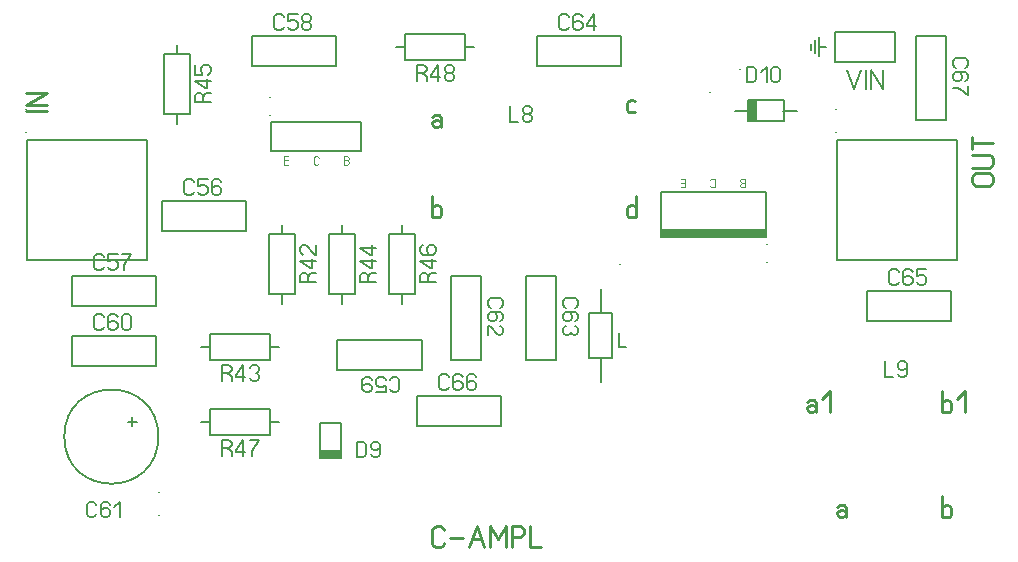
<source format=gbr>
%FSLAX34Y34*%
%MOMM*%
%LNSILK_TOP*%
G71*
G01*
%ADD10C,0.150*%
%ADD11C,0.090*%
%ADD12C,0.159*%
%ADD13C,0.100*%
%ADD14C,0.167*%
%ADD15C,0.144*%
%ADD16C,0.206*%
%ADD17C,0.200*%
%ADD18C,0.222*%
%LPD*%
G54D10*
X215900Y389000D02*
X215900Y363800D01*
X292100Y363800D01*
X292100Y389000D01*
X215900Y389000D01*
G54D11*
X230700Y352500D02*
X227000Y352500D01*
X227000Y359600D01*
X230700Y359600D01*
G54D11*
X227000Y356100D02*
X230700Y356100D01*
G54D11*
X256700Y353800D02*
X256100Y352900D01*
X255100Y352500D01*
X254000Y352500D01*
X252900Y352900D01*
X252400Y353800D01*
X252400Y358300D01*
X252900Y359200D01*
X254000Y359600D01*
X255100Y359600D01*
X256100Y359200D01*
X256700Y358300D01*
G54D11*
X277800Y352500D02*
X277800Y359600D01*
X280500Y359600D01*
X281500Y359200D01*
X282100Y358300D01*
X282100Y357400D01*
X281500Y356500D01*
X280500Y356100D01*
X281500Y355600D01*
X282100Y354700D01*
X282100Y353800D01*
X281500Y352900D01*
X280500Y352500D01*
X277800Y352500D01*
G54D11*
X277800Y356100D02*
X280500Y356100D01*
G54D12*
X215149Y409750D02*
X215149Y409750D01*
G54D12*
X215150Y394750D02*
X215150Y394750D01*
G36*
X635405Y297671D02*
X546605Y297671D01*
X546605Y291271D01*
X635405Y291271D01*
X635405Y297671D01*
G37*
G54D13*
X635405Y297671D02*
X546605Y297671D01*
X546605Y291271D01*
X635405Y291271D01*
X635405Y297671D01*
G54D10*
X635405Y291271D02*
X635405Y329271D01*
X546405Y329271D01*
X546405Y291271D01*
X635405Y291271D01*
G54D11*
X617905Y340571D02*
X617906Y333471D01*
X615205Y333471D01*
X614205Y333871D01*
X613605Y334771D01*
X613605Y335671D01*
X614205Y336571D01*
X615205Y336971D01*
X614205Y337471D01*
X613605Y338371D01*
X613605Y339271D01*
X614205Y340171D01*
X615205Y340571D01*
X617905Y340571D01*
G54D11*
X617906Y336971D02*
X615205Y336971D01*
G54D11*
X588205Y339271D02*
X588805Y340171D01*
X589805Y340571D01*
X590905Y340571D01*
X592005Y340171D01*
X592505Y339271D01*
X592505Y334771D01*
X592005Y333871D01*
X590905Y333471D01*
X589805Y333471D01*
X588805Y333871D01*
X588205Y334771D01*
G54D11*
X563405Y340571D02*
X567105Y340571D01*
X567105Y333471D01*
X563405Y333471D01*
G54D11*
X567105Y336971D02*
X563405Y336971D01*
G54D12*
X636155Y270521D02*
X636155Y270521D01*
G54D12*
X636155Y285521D02*
X636155Y285521D01*
G54D10*
X195414Y296040D02*
X195414Y321440D01*
X123814Y321440D01*
X123814Y296040D01*
X195414Y296040D01*
G54D14*
X150759Y329332D02*
X149759Y327665D01*
X147759Y326832D01*
X145759Y326832D01*
X143759Y327665D01*
X142759Y329332D01*
X142759Y337665D01*
X143759Y339332D01*
X145759Y340165D01*
X147759Y340165D01*
X149759Y339332D01*
X150759Y337665D01*
G54D14*
X162426Y340165D02*
X154426Y340165D01*
X154426Y334332D01*
X155426Y334332D01*
X157426Y335165D01*
X159426Y335165D01*
X161426Y334332D01*
X162426Y332665D01*
X162426Y329332D01*
X161426Y327665D01*
X159426Y326832D01*
X157426Y326832D01*
X155426Y327665D01*
X154426Y329332D01*
G54D14*
X174093Y337665D02*
X173093Y339332D01*
X171093Y340165D01*
X169093Y340165D01*
X167093Y339332D01*
X166093Y337665D01*
X166093Y333498D01*
X166093Y332665D01*
X169093Y334332D01*
X171093Y334332D01*
X173093Y333498D01*
X174093Y331832D01*
X174093Y329332D01*
X173093Y327665D01*
X171093Y326832D01*
X169093Y326832D01*
X167093Y327665D01*
X166093Y329332D01*
X166093Y333498D01*
G54D10*
X214279Y293529D02*
X236454Y293529D01*
X236454Y242829D01*
X214279Y242829D01*
X214279Y293529D01*
G54D10*
X225366Y293729D02*
X225366Y301629D01*
G54D10*
X225366Y242729D02*
X225367Y234829D01*
G54D14*
X247625Y257087D02*
X249291Y260087D01*
X250958Y261087D01*
X254291Y261087D01*
G54D14*
X254291Y253087D02*
X240958Y253087D01*
X240958Y258087D01*
X241791Y260087D01*
X243458Y261087D01*
X245125Y261087D01*
X246791Y260087D01*
X247625Y258087D01*
X247625Y253087D01*
G54D14*
X254291Y270754D02*
X240958Y270754D01*
X249291Y264754D01*
X250958Y264754D01*
X250958Y272754D01*
G54D14*
X254291Y284421D02*
X254291Y276421D01*
X253458Y276421D01*
X251791Y277421D01*
X246791Y283421D01*
X245125Y284421D01*
X243458Y284421D01*
X241791Y283421D01*
X240958Y281421D01*
X240958Y279421D01*
X241791Y277421D01*
X243458Y276421D01*
G54D10*
X9500Y373100D02*
X111100Y373100D01*
X111100Y271500D01*
X9500Y271500D01*
X9500Y373100D01*
G54D15*
X8750Y399850D02*
X8750Y399850D01*
G54D15*
X8750Y380350D02*
X8750Y380350D01*
G54D10*
X125379Y445929D02*
X147554Y445929D01*
X147554Y395229D01*
X125379Y395229D01*
X125379Y445929D01*
G54D10*
X136466Y446129D02*
X136466Y454029D01*
G54D10*
X136466Y395129D02*
X136467Y387229D01*
G54D14*
X158725Y409487D02*
X160391Y412487D01*
X162058Y413487D01*
X165391Y413487D01*
G54D14*
X165391Y405487D02*
X152058Y405487D01*
X152058Y410487D01*
X152891Y412487D01*
X154558Y413487D01*
X156225Y413487D01*
X157891Y412487D01*
X158725Y410487D01*
X158725Y405487D01*
G54D14*
X165391Y423154D02*
X152058Y423154D01*
X160391Y417154D01*
X162058Y417154D01*
X162058Y425154D01*
G54D14*
X152058Y436821D02*
X152058Y428821D01*
X157891Y428821D01*
X157891Y429821D01*
X157058Y431821D01*
X157058Y433821D01*
X157891Y435821D01*
X159558Y436821D01*
X162891Y436821D01*
X164558Y435821D01*
X165391Y433821D01*
X165391Y431821D01*
X164558Y429821D01*
X162891Y428821D01*
G54D14*
X305091Y253087D02*
X305091Y253087D01*
G54D10*
X271614Y435740D02*
X271614Y461140D01*
X200014Y461140D01*
X200014Y435740D01*
X271614Y435740D01*
G54D14*
X226959Y469032D02*
X225959Y467365D01*
X223959Y466532D01*
X221959Y466532D01*
X219959Y467365D01*
X218959Y469032D01*
X218959Y477365D01*
X219959Y479032D01*
X221959Y479865D01*
X223959Y479865D01*
X225959Y479032D01*
X226959Y477365D01*
G54D14*
X238626Y479865D02*
X230626Y479865D01*
X230626Y474032D01*
X231626Y474032D01*
X233626Y474865D01*
X235626Y474865D01*
X237626Y474032D01*
X238626Y472365D01*
X238626Y469032D01*
X237626Y467365D01*
X235626Y466532D01*
X233626Y466532D01*
X231626Y467365D01*
X230626Y469032D01*
G54D14*
X247293Y473198D02*
X245293Y473198D01*
X243293Y474032D01*
X242293Y475698D01*
X242293Y477365D01*
X243293Y479032D01*
X245293Y479865D01*
X247293Y479865D01*
X249293Y479032D01*
X250293Y477365D01*
X250293Y475698D01*
X249293Y474032D01*
X247293Y473198D01*
X249293Y472365D01*
X250293Y470698D01*
X250293Y469032D01*
X249293Y467365D01*
X247293Y466532D01*
X245293Y466532D01*
X243293Y467365D01*
X242293Y469032D01*
X242293Y470698D01*
X243293Y472365D01*
X245293Y473198D01*
G54D10*
X315879Y293529D02*
X338054Y293529D01*
X338054Y242829D01*
X315879Y242829D01*
X315879Y293529D01*
G54D10*
X326966Y293729D02*
X326966Y301629D01*
G54D10*
X326966Y242729D02*
X326967Y234829D01*
G54D14*
X349225Y257087D02*
X350891Y260087D01*
X352558Y261087D01*
X355891Y261087D01*
G54D14*
X355891Y253087D02*
X342558Y253087D01*
X342558Y258087D01*
X343391Y260087D01*
X345058Y261087D01*
X346725Y261087D01*
X348391Y260087D01*
X349225Y258087D01*
X349225Y253087D01*
G54D14*
X355891Y270754D02*
X342558Y270754D01*
X350891Y264754D01*
X352558Y264754D01*
X352558Y272754D01*
G54D14*
X345058Y284421D02*
X343391Y283421D01*
X342558Y281421D01*
X342558Y279421D01*
X343391Y277421D01*
X345058Y276421D01*
X349225Y276421D01*
X350058Y276421D01*
X348391Y279421D01*
X348391Y281421D01*
X349225Y283421D01*
X350891Y284421D01*
X353391Y284421D01*
X355058Y283421D01*
X355891Y281421D01*
X355891Y279421D01*
X355058Y277421D01*
X353391Y276421D01*
X349225Y276421D01*
G54D10*
X272319Y203844D02*
X272319Y178444D01*
X343919Y178444D01*
X343919Y203844D01*
X272319Y203844D01*
G54D14*
X316975Y170552D02*
X317975Y172219D01*
X319975Y173052D01*
X321975Y173052D01*
X323975Y172219D01*
X324975Y170552D01*
X324975Y162219D01*
X323975Y160552D01*
X321975Y159719D01*
X319975Y159719D01*
X317975Y160552D01*
X316975Y162219D01*
G54D14*
X305308Y159719D02*
X313308Y159719D01*
X313308Y165552D01*
X312308Y165552D01*
X310308Y164719D01*
X308308Y164719D01*
X306308Y165552D01*
X305308Y167219D01*
X305308Y170552D01*
X306308Y172219D01*
X308308Y173052D01*
X310308Y173052D01*
X312308Y172219D01*
X313308Y170552D01*
G54D14*
X301641Y170552D02*
X300641Y172219D01*
X298641Y173052D01*
X296641Y173052D01*
X294641Y172219D01*
X293641Y170552D01*
X293641Y166386D01*
X293641Y165552D01*
X296641Y167219D01*
X298641Y167219D01*
X300641Y166386D01*
X301641Y164719D01*
X301641Y162219D01*
X300641Y160552D01*
X298641Y159719D01*
X296641Y159719D01*
X294641Y160552D01*
X293641Y162219D01*
X293641Y166386D01*
G54D10*
X215227Y209394D02*
X215227Y187219D01*
X164527Y187219D01*
X164527Y209394D01*
X215227Y209394D01*
G54D10*
X215427Y198306D02*
X223327Y198306D01*
G54D10*
X164427Y198306D02*
X156527Y198306D01*
G54D14*
X178785Y176048D02*
X181785Y174381D01*
X182785Y172715D01*
X182785Y169381D01*
G54D14*
X174785Y169381D02*
X174785Y182715D01*
X179785Y182715D01*
X181785Y181881D01*
X182785Y180215D01*
X182785Y178548D01*
X181785Y176881D01*
X179785Y176048D01*
X174785Y176048D01*
G54D14*
X192452Y169381D02*
X192452Y182715D01*
X186452Y174381D01*
X186452Y172715D01*
X194452Y172715D01*
G54D14*
X198119Y180215D02*
X199119Y181881D01*
X201119Y182715D01*
X203119Y182715D01*
X205119Y181881D01*
X206119Y180215D01*
X206119Y178548D01*
X205119Y176881D01*
X203119Y176048D01*
X205119Y175215D01*
X206119Y173548D01*
X206119Y171881D01*
X205119Y170215D01*
X203119Y169381D01*
X201119Y169381D01*
X199119Y170215D01*
X198119Y171881D01*
G54D10*
X119214Y232540D02*
X119214Y257940D01*
X47614Y257940D01*
X47614Y232540D01*
X119214Y232540D01*
G54D14*
X74559Y265832D02*
X73559Y264165D01*
X71559Y263332D01*
X69559Y263332D01*
X67559Y264165D01*
X66559Y265832D01*
X66559Y274165D01*
X67559Y275832D01*
X69559Y276665D01*
X71559Y276665D01*
X73559Y275832D01*
X74559Y274165D01*
G54D14*
X86226Y276665D02*
X78226Y276665D01*
X78226Y270832D01*
X79226Y270832D01*
X81226Y271665D01*
X83226Y271665D01*
X85226Y270832D01*
X86226Y269165D01*
X86226Y265832D01*
X85226Y264165D01*
X83226Y263332D01*
X81226Y263332D01*
X79226Y264165D01*
X78226Y265832D01*
G54D14*
X89893Y276665D02*
X97893Y276665D01*
X96893Y274998D01*
X94893Y272498D01*
X92893Y269165D01*
X91893Y266665D01*
X91893Y263332D01*
G54D10*
X119214Y181740D02*
X119214Y207140D01*
X47614Y207140D01*
X47614Y181740D01*
X119214Y181740D01*
G54D14*
X74559Y215032D02*
X73559Y213365D01*
X71559Y212532D01*
X69559Y212532D01*
X67559Y213365D01*
X66559Y215032D01*
X66559Y223365D01*
X67559Y225032D01*
X69559Y225865D01*
X71559Y225865D01*
X73559Y225032D01*
X74559Y223365D01*
G54D14*
X86226Y223365D02*
X85226Y225032D01*
X83226Y225865D01*
X81226Y225865D01*
X79226Y225032D01*
X78226Y223365D01*
X78226Y219198D01*
X78226Y218365D01*
X81226Y220032D01*
X83226Y220032D01*
X85226Y219198D01*
X86226Y217532D01*
X86226Y215032D01*
X85226Y213365D01*
X83226Y212532D01*
X81226Y212532D01*
X79226Y213365D01*
X78226Y215032D01*
X78226Y219198D01*
G54D14*
X97893Y223365D02*
X97893Y215032D01*
X96893Y213365D01*
X94893Y212532D01*
X92893Y212532D01*
X90893Y213365D01*
X89893Y215032D01*
X89893Y223365D01*
X90893Y225032D01*
X92893Y225865D01*
X94893Y225865D01*
X96893Y225032D01*
X97893Y223365D01*
G54D10*
X102312Y135000D02*
X94712Y135000D01*
G54D10*
X98512Y131200D02*
X98512Y138800D01*
G54D10*
G75*
G01X120856Y122300D02*
G03X120856Y122300I-39850J0D01*
G01*
G54D16*
X121606Y55700D02*
X121606Y55700D01*
G54D16*
X121606Y75200D02*
X121606Y75200D01*
G54D10*
X215227Y145894D02*
X215227Y123719D01*
X164527Y123719D01*
X164527Y145894D01*
X215227Y145894D01*
G54D10*
X215427Y134806D02*
X223327Y134806D01*
G54D10*
X164427Y134806D02*
X156527Y134806D01*
G54D14*
X178785Y112548D02*
X181785Y110881D01*
X182785Y109215D01*
X182785Y105881D01*
G54D14*
X174785Y105881D02*
X174785Y119215D01*
X179785Y119215D01*
X181785Y118381D01*
X182785Y116715D01*
X182785Y115048D01*
X181785Y113381D01*
X179785Y112548D01*
X174785Y112548D01*
G54D14*
X192452Y105881D02*
X192452Y119215D01*
X186452Y110881D01*
X186452Y109215D01*
X194452Y109215D01*
G54D14*
X198119Y119215D02*
X206119Y119215D01*
X205119Y117548D01*
X203119Y115048D01*
X201119Y111715D01*
X200119Y109215D01*
X200119Y105881D01*
G54D10*
X258000Y103800D02*
X275400Y103800D01*
X275400Y134200D01*
X258000Y134200D01*
X258000Y103800D01*
G36*
X258100Y103900D02*
X274800Y103900D01*
X274800Y111100D01*
X258100Y111100D01*
X258100Y103900D01*
G37*
G54D13*
X258100Y103900D02*
X274800Y103900D01*
X274800Y111100D01*
X258100Y111100D01*
X258100Y103900D01*
G54D10*
X411314Y130940D02*
X411314Y156340D01*
X339714Y156340D01*
X339714Y130940D01*
X411314Y130940D01*
G54D14*
X366659Y164232D02*
X365659Y162565D01*
X363659Y161732D01*
X361659Y161732D01*
X359659Y162565D01*
X358659Y164232D01*
X358659Y172565D01*
X359659Y174232D01*
X361659Y175065D01*
X363659Y175065D01*
X365659Y174232D01*
X366659Y172565D01*
G54D14*
X378326Y172565D02*
X377326Y174232D01*
X375326Y175065D01*
X373326Y175065D01*
X371326Y174232D01*
X370326Y172565D01*
X370326Y168398D01*
X370326Y167565D01*
X373326Y169232D01*
X375326Y169232D01*
X377326Y168398D01*
X378326Y166732D01*
X378326Y164232D01*
X377326Y162565D01*
X375326Y161732D01*
X373326Y161732D01*
X371326Y162565D01*
X370326Y164232D01*
X370326Y168398D01*
G54D14*
X389993Y172565D02*
X388993Y174232D01*
X386993Y175065D01*
X384993Y175065D01*
X382993Y174232D01*
X381993Y172565D01*
X381993Y168398D01*
X381993Y167565D01*
X384993Y169232D01*
X386993Y169232D01*
X388993Y168398D01*
X389993Y166732D01*
X389993Y164232D01*
X388993Y162565D01*
X386993Y161732D01*
X384993Y161732D01*
X382993Y162565D01*
X381993Y164232D01*
X381993Y168398D01*
G54D10*
X380327Y463394D02*
X380327Y441219D01*
X329627Y441219D01*
X329627Y463394D01*
X380327Y463394D01*
G54D10*
X380527Y452306D02*
X388427Y452306D01*
G54D10*
X329527Y452306D02*
X321627Y452306D01*
G54D14*
X343885Y430048D02*
X346885Y428381D01*
X347885Y426714D01*
X347885Y423381D01*
G54D14*
X339885Y423381D02*
X339885Y436714D01*
X344885Y436714D01*
X346885Y435881D01*
X347885Y434214D01*
X347885Y432548D01*
X346885Y430881D01*
X344885Y430048D01*
X339885Y430048D01*
G54D14*
X357552Y423381D02*
X357552Y436714D01*
X351552Y428381D01*
X351552Y426714D01*
X359552Y426714D01*
G54D14*
X368219Y430048D02*
X366219Y430048D01*
X364219Y430881D01*
X363219Y432548D01*
X363219Y434214D01*
X364219Y435881D01*
X366219Y436714D01*
X368219Y436714D01*
X370219Y435881D01*
X371219Y434214D01*
X371219Y432548D01*
X370219Y430881D01*
X368219Y430048D01*
X370219Y429214D01*
X371219Y427548D01*
X371219Y425881D01*
X370219Y424214D01*
X368219Y423381D01*
X366219Y423381D01*
X364219Y424214D01*
X363219Y425881D01*
X363219Y427548D01*
X364219Y429214D01*
X366219Y430048D01*
G54D10*
X619800Y407100D02*
X619800Y389700D01*
X650200Y389700D01*
X650200Y407100D01*
X619800Y407100D01*
G36*
X619900Y407000D02*
X619900Y390300D01*
X627100Y390300D01*
X627100Y407000D01*
X619900Y407000D01*
G37*
G54D13*
X619900Y407000D02*
X619900Y390300D01*
X627100Y390300D01*
X627100Y407000D01*
X619900Y407000D01*
G54D10*
X608800Y398400D02*
X619900Y398400D01*
G54D10*
X650100Y398400D02*
X661200Y398400D01*
G54D16*
X613300Y433850D02*
X613300Y433850D01*
G54D16*
X587900Y414350D02*
X587900Y414350D01*
G54D10*
X792314Y219840D02*
X792314Y245241D01*
X720714Y245240D01*
X720714Y219840D01*
X792314Y219840D01*
G54D14*
X747658Y253132D02*
X746658Y251465D01*
X744658Y250632D01*
X742658Y250632D01*
X740658Y251465D01*
X739658Y253132D01*
X739658Y261465D01*
X740658Y263132D01*
X742658Y263965D01*
X744658Y263965D01*
X746658Y263132D01*
X747658Y261465D01*
G54D14*
X759325Y261465D02*
X758325Y263132D01*
X756325Y263965D01*
X754325Y263965D01*
X752325Y263132D01*
X751325Y261465D01*
X751325Y257299D01*
X751325Y256465D01*
X754325Y258132D01*
X756325Y258132D01*
X758325Y257299D01*
X759325Y255632D01*
X759325Y253132D01*
X758325Y251465D01*
X756325Y250632D01*
X754325Y250632D01*
X752325Y251465D01*
X751325Y253132D01*
X751325Y257299D01*
G54D14*
X770992Y263965D02*
X762992Y263965D01*
X762992Y258132D01*
X763992Y258132D01*
X765992Y258965D01*
X767992Y258965D01*
X769992Y258132D01*
X770992Y256465D01*
X770992Y253132D01*
X769992Y251465D01*
X767992Y250632D01*
X765992Y250632D01*
X763992Y251465D01*
X762992Y253132D01*
G54D10*
X368864Y186794D02*
X394264Y186794D01*
X394264Y258394D01*
X368864Y258394D01*
X368864Y186794D01*
G54D14*
X402156Y231450D02*
X400489Y232450D01*
X399656Y234450D01*
X399656Y236450D01*
X400489Y238450D01*
X402156Y239450D01*
X410489Y239450D01*
X412156Y238450D01*
X412989Y236450D01*
X412989Y234450D01*
X412156Y232450D01*
X410489Y231450D01*
G54D14*
X410489Y219783D02*
X412156Y220783D01*
X412989Y222783D01*
X412989Y224783D01*
X412156Y226783D01*
X410489Y227783D01*
X406322Y227783D01*
X405489Y227783D01*
X407156Y224783D01*
X407156Y222783D01*
X406322Y220783D01*
X404656Y219783D01*
X402156Y219783D01*
X400489Y220783D01*
X399656Y222783D01*
X399656Y224783D01*
X400489Y226783D01*
X402156Y227783D01*
X406322Y227783D01*
G54D14*
X399656Y208116D02*
X399656Y216116D01*
X400489Y216116D01*
X402156Y215116D01*
X407156Y209116D01*
X408822Y208116D01*
X410489Y208116D01*
X412156Y209116D01*
X412989Y211116D01*
X412989Y213116D01*
X412156Y215116D01*
X410489Y216116D01*
G54D17*
X703600Y432914D02*
X709600Y416914D01*
X715600Y432914D01*
G54D17*
X720000Y416914D02*
X720000Y432914D01*
G54D17*
X724400Y416914D02*
X724400Y432914D01*
X734000Y416914D01*
X734000Y432914D01*
G54D10*
X693804Y439088D02*
X693804Y464488D01*
X744604Y464488D01*
X744604Y439088D01*
X693804Y439088D01*
G54D17*
X686471Y452317D02*
X680120Y452317D01*
G54D17*
X680120Y444380D02*
X680121Y460255D01*
G54D17*
X676946Y457874D02*
X676946Y446761D01*
G54D17*
X673771Y449936D02*
X673771Y454698D01*
G54D10*
X762564Y389994D02*
X787964Y389994D01*
X787964Y461594D01*
X762564Y461594D01*
X762564Y389994D01*
G54D14*
X795856Y434650D02*
X794189Y435650D01*
X793356Y437650D01*
X793356Y439650D01*
X794189Y441650D01*
X795856Y442650D01*
X804189Y442650D01*
X805856Y441650D01*
X806689Y439650D01*
X806689Y437650D01*
X805856Y435650D01*
X804189Y434650D01*
G54D14*
X804189Y422983D02*
X805856Y423983D01*
X806689Y425983D01*
X806689Y427983D01*
X805856Y429983D01*
X804189Y430983D01*
X800023Y430983D01*
X799189Y430983D01*
X800856Y427983D01*
X800856Y425983D01*
X800023Y423983D01*
X798356Y422983D01*
X795856Y422983D01*
X794189Y423983D01*
X793356Y425983D01*
X793356Y427983D01*
X794189Y429983D01*
X795856Y430983D01*
X800023Y430983D01*
G54D14*
X806689Y419316D02*
X806689Y411316D01*
X805023Y412316D01*
X802523Y414316D01*
X799189Y416316D01*
X796689Y417316D01*
X793356Y417316D01*
G54D10*
X512915Y435739D02*
X512915Y461140D01*
X441315Y461139D01*
X441315Y435739D01*
X512915Y435739D01*
G54D14*
X468259Y469031D02*
X467259Y467364D01*
X465259Y466531D01*
X463259Y466531D01*
X461259Y467364D01*
X460259Y469031D01*
X460259Y477364D01*
X461259Y479031D01*
X463259Y479864D01*
X465259Y479864D01*
X467259Y479031D01*
X468259Y477364D01*
G54D14*
X479926Y477364D02*
X478926Y479031D01*
X476926Y479864D01*
X474926Y479864D01*
X472926Y479031D01*
X471926Y477364D01*
X471926Y473198D01*
X471926Y472364D01*
X474926Y474031D01*
X476926Y474031D01*
X478926Y473198D01*
X479926Y471531D01*
X479926Y469031D01*
X478926Y467364D01*
X476926Y466531D01*
X474926Y466531D01*
X472926Y467364D01*
X471926Y469031D01*
X471926Y473198D01*
G54D14*
X489593Y466531D02*
X489593Y479864D01*
X483593Y471531D01*
X483593Y469864D01*
X491593Y469864D01*
G54D10*
X695300Y373100D02*
X796900Y373100D01*
X796900Y271500D01*
X695300Y271500D01*
X695300Y373100D01*
G54D15*
X694550Y399850D02*
X694550Y399850D01*
G54D15*
X694550Y380350D02*
X694550Y380350D01*
G54D10*
X485800Y226900D02*
X504800Y226900D01*
X504800Y188900D01*
X485800Y188900D01*
X485800Y226900D01*
G54D10*
X495300Y227000D02*
X495300Y247600D01*
G54D10*
X495300Y168200D02*
X495300Y188800D01*
G54D15*
X510460Y210016D02*
X510460Y198460D01*
X516526Y198460D01*
G54D15*
X512050Y268700D02*
X512050Y268700D01*
G54D10*
X432364Y186794D02*
X457764Y186794D01*
X457764Y258394D01*
X432364Y258394D01*
X432364Y186794D01*
G54D14*
X465656Y231450D02*
X463989Y232450D01*
X463156Y234450D01*
X463156Y236450D01*
X463989Y238450D01*
X465656Y239450D01*
X473989Y239450D01*
X475656Y238450D01*
X476489Y236450D01*
X476489Y234450D01*
X475656Y232450D01*
X473989Y231450D01*
G54D14*
X473989Y219783D02*
X475656Y220783D01*
X476489Y222783D01*
X476489Y224783D01*
X475656Y226783D01*
X473989Y227783D01*
X469822Y227783D01*
X468989Y227783D01*
X470656Y224783D01*
X470656Y222783D01*
X469822Y220783D01*
X468156Y219783D01*
X465656Y219783D01*
X463989Y220783D01*
X463156Y222783D01*
X463156Y224783D01*
X463989Y226783D01*
X465656Y227783D01*
X469822Y227783D01*
G54D14*
X473989Y216116D02*
X475656Y215116D01*
X476489Y213116D01*
X476489Y211116D01*
X475656Y209116D01*
X473989Y208116D01*
X472322Y208116D01*
X470656Y209116D01*
X469822Y211116D01*
X468989Y209116D01*
X467322Y208116D01*
X465656Y208116D01*
X463989Y209116D01*
X463156Y211116D01*
X463156Y213116D01*
X463989Y215116D01*
X465656Y216116D01*
G54D18*
X352400Y393089D02*
X355067Y394200D01*
X358267Y394200D01*
X360400Y391978D01*
X360400Y384200D01*
G54D18*
X360400Y387533D02*
X359067Y389756D01*
X356400Y390200D01*
X353733Y389756D01*
X352400Y387533D01*
X352933Y385311D01*
X355067Y384200D01*
X356400Y384200D01*
X356933Y384200D01*
X359067Y385311D01*
X360400Y387533D01*
G54D18*
X352400Y308000D02*
X352400Y325778D01*
G54D18*
X352400Y315111D02*
X353733Y317333D01*
X356400Y318000D01*
X359067Y317333D01*
X360400Y315111D01*
X360400Y310667D01*
X359067Y308444D01*
X356400Y308000D01*
X353733Y308444D01*
X352400Y310667D01*
G54D18*
X524167Y406233D02*
X521500Y406900D01*
X518833Y406233D01*
X517500Y404011D01*
X517500Y399567D01*
X518833Y397344D01*
X521500Y396900D01*
X524167Y397344D01*
G54D18*
X525500Y308000D02*
X525500Y325778D01*
G54D18*
X525500Y315111D02*
X524167Y317333D01*
X521500Y318000D01*
X518833Y317333D01*
X517500Y315111D01*
X517500Y310667D01*
X518833Y308444D01*
X521500Y308000D01*
X524167Y308444D01*
X525500Y310667D01*
G54D18*
X695300Y62889D02*
X697967Y64000D01*
X701167Y64000D01*
X703300Y61778D01*
X703300Y54000D01*
G54D18*
X703300Y57333D02*
X701967Y59556D01*
X699300Y60000D01*
X696633Y59556D01*
X695300Y57333D01*
X695833Y55111D01*
X697967Y54000D01*
X699300Y54000D01*
X699833Y54000D01*
X701967Y55111D01*
X703300Y57333D01*
G54D18*
X669900Y151789D02*
X672567Y152900D01*
X675767Y152900D01*
X677900Y150678D01*
X677900Y142900D01*
G54D18*
X677900Y146233D02*
X676567Y148456D01*
X673900Y148900D01*
X671233Y148456D01*
X669900Y146233D01*
X670433Y144011D01*
X672567Y142900D01*
X673900Y142900D01*
X674433Y142900D01*
X676567Y144011D01*
X677900Y146233D01*
G54D18*
X682789Y154011D02*
X689456Y160678D01*
X689456Y142900D01*
G54D18*
X784200Y142900D02*
X784200Y160678D01*
G54D18*
X784200Y150011D02*
X785533Y152233D01*
X788200Y152900D01*
X790867Y152233D01*
X792200Y150011D01*
X792200Y145567D01*
X790867Y143344D01*
X788200Y142900D01*
X785533Y143344D01*
X784200Y145567D01*
G54D18*
X797089Y154011D02*
X803756Y160678D01*
X803756Y142900D01*
G54D18*
X784200Y54000D02*
X784200Y71778D01*
G54D18*
X784200Y61111D02*
X785533Y63333D01*
X788200Y64000D01*
X790867Y63333D01*
X792200Y61111D01*
X792200Y56667D01*
X790867Y54444D01*
X788200Y54000D01*
X785533Y54444D01*
X784200Y56667D01*
G54D18*
X363067Y31933D02*
X361733Y29711D01*
X359067Y28600D01*
X356400Y28600D01*
X353733Y29711D01*
X352400Y31933D01*
X352400Y43044D01*
X353733Y45267D01*
X356400Y46378D01*
X359067Y46378D01*
X361733Y45267D01*
X363067Y43044D01*
G54D18*
X367956Y36378D02*
X378623Y36378D01*
G54D18*
X383512Y28600D02*
X390179Y46378D01*
X396845Y28600D01*
G54D18*
X386179Y35267D02*
X394179Y35267D01*
G54D18*
X401734Y28600D02*
X401734Y46378D01*
X408401Y35267D01*
X415067Y46378D01*
X415067Y28600D01*
G54D18*
X419956Y28600D02*
X419956Y46378D01*
X426623Y46378D01*
X429289Y45267D01*
X430623Y43044D01*
X430623Y40822D01*
X429289Y38600D01*
X426623Y37489D01*
X419956Y37489D01*
G54D18*
X435512Y46378D02*
X435512Y28600D01*
X444845Y28600D01*
G54D18*
X26167Y398011D02*
X8389Y398011D01*
G54D18*
X26167Y402900D02*
X8389Y402900D01*
X26167Y413567D01*
X8389Y413567D01*
G54D18*
X813091Y345260D02*
X824202Y345260D01*
X826424Y343927D01*
X827535Y341260D01*
X827535Y338593D01*
X826424Y335927D01*
X824202Y334593D01*
X813091Y334593D01*
X810868Y335927D01*
X809757Y338593D01*
X809757Y341260D01*
X810868Y343927D01*
X813091Y345260D01*
G54D18*
X809757Y350149D02*
X824202Y350149D01*
X826424Y351483D01*
X827535Y354149D01*
X827535Y356816D01*
X826424Y359483D01*
X824202Y360816D01*
X809757Y360816D01*
G54D18*
X827535Y371039D02*
X809757Y371039D01*
G54D18*
X809757Y365705D02*
X809757Y376372D01*
G54D10*
X265079Y293529D02*
X287254Y293529D01*
X287254Y242829D01*
X265079Y242829D01*
X265079Y293529D01*
G54D10*
X276166Y293729D02*
X276166Y301629D01*
G54D10*
X276166Y242729D02*
X276167Y234829D01*
G54D14*
X298425Y257087D02*
X300091Y260087D01*
X301758Y261087D01*
X305091Y261087D01*
G54D14*
X305091Y253087D02*
X291758Y253087D01*
X291758Y258087D01*
X292591Y260087D01*
X294258Y261087D01*
X295925Y261087D01*
X297591Y260087D01*
X298425Y258087D01*
X298425Y253087D01*
G54D14*
X305091Y270754D02*
X291758Y270754D01*
X300091Y264754D01*
X301758Y264754D01*
X301758Y272754D01*
G54D14*
X305091Y282421D02*
X291758Y282421D01*
X300091Y276421D01*
X301758Y276421D01*
X301758Y284421D01*
G54D14*
X68300Y56500D02*
X67300Y54833D01*
X65300Y54000D01*
X63300Y54000D01*
X61300Y54833D01*
X60300Y56500D01*
X60300Y64833D01*
X61300Y66500D01*
X63300Y67333D01*
X65300Y67333D01*
X67300Y66500D01*
X68300Y64833D01*
G54D14*
X79967Y64833D02*
X78967Y66500D01*
X76967Y67333D01*
X74967Y67333D01*
X72967Y66500D01*
X71967Y64833D01*
X71967Y60667D01*
X71967Y59833D01*
X74967Y61500D01*
X76967Y61500D01*
X78967Y60667D01*
X79967Y59000D01*
X79967Y56500D01*
X78967Y54833D01*
X76967Y54000D01*
X74967Y54000D01*
X72967Y54833D01*
X71967Y56500D01*
X71967Y60667D01*
G54D14*
X83634Y62333D02*
X88634Y67333D01*
X88634Y54000D01*
G54D14*
X288900Y104800D02*
X288900Y118133D01*
X293900Y118133D01*
X295900Y117300D01*
X296900Y115633D01*
X296900Y107300D01*
X295900Y105633D01*
X293900Y104800D01*
X288900Y104800D01*
G54D14*
X300567Y107300D02*
X301567Y105633D01*
X303567Y104800D01*
X305567Y104800D01*
X307567Y105633D01*
X308567Y107300D01*
X308567Y111467D01*
X308567Y112300D01*
X305567Y110633D01*
X303567Y110633D01*
X301567Y111467D01*
X300567Y113133D01*
X300567Y115633D01*
X301567Y117300D01*
X303567Y118133D01*
X305567Y118133D01*
X307567Y117300D01*
X308567Y115633D01*
X308567Y111467D01*
G54D14*
X418473Y402131D02*
X418473Y388798D01*
X425473Y388798D01*
G54D14*
X434140Y395465D02*
X432140Y395465D01*
X430140Y396298D01*
X429140Y397965D01*
X429140Y399631D01*
X430140Y401298D01*
X432140Y402131D01*
X434140Y402131D01*
X436140Y401298D01*
X437140Y399631D01*
X437140Y397965D01*
X436140Y396298D01*
X434140Y395465D01*
X436140Y394631D01*
X437140Y392965D01*
X437140Y391298D01*
X436140Y389631D01*
X434140Y388798D01*
X432140Y388798D01*
X430140Y389631D01*
X429140Y391298D01*
X429140Y392965D01*
X430140Y394631D01*
X432140Y395465D01*
G54D14*
X735973Y186231D02*
X735973Y172898D01*
X742973Y172898D01*
G54D14*
X746640Y175398D02*
X747640Y173731D01*
X749640Y172898D01*
X751640Y172898D01*
X753640Y173731D01*
X754640Y175398D01*
X754640Y179565D01*
X754640Y180398D01*
X751640Y178731D01*
X749640Y178731D01*
X747640Y179565D01*
X746640Y181231D01*
X746640Y183731D01*
X747640Y185398D01*
X749640Y186231D01*
X751640Y186231D01*
X753640Y185398D01*
X754640Y183731D01*
X754640Y179565D01*
G54D14*
X619100Y422300D02*
X619100Y435633D01*
X624100Y435633D01*
X626100Y434800D01*
X627100Y433133D01*
X627100Y424800D01*
X626100Y423133D01*
X624100Y422300D01*
X619100Y422300D01*
G54D14*
X630767Y430633D02*
X635767Y435633D01*
X635767Y422300D01*
G54D14*
X647434Y433133D02*
X647434Y424800D01*
X646434Y423133D01*
X644434Y422300D01*
X642434Y422300D01*
X640434Y423133D01*
X639434Y424800D01*
X639434Y433133D01*
X640434Y434800D01*
X642434Y435633D01*
X644434Y435633D01*
X646434Y434800D01*
X647434Y433133D01*
M02*

</source>
